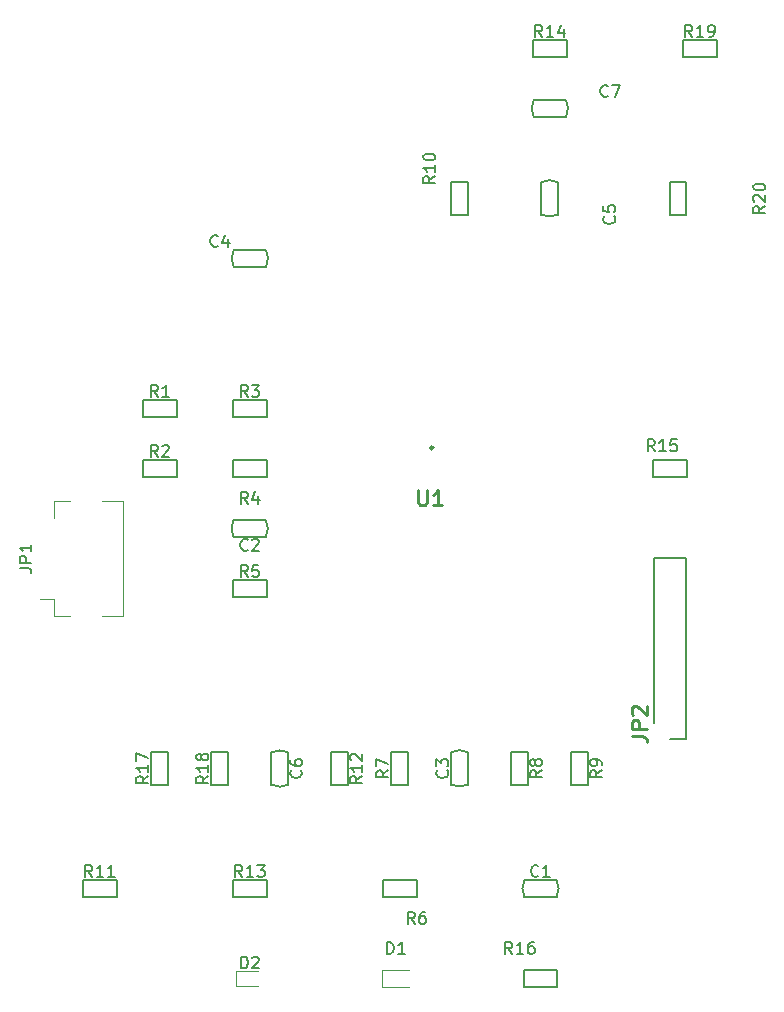
<source format=gbr>
%TF.GenerationSoftware,KiCad,Pcbnew,(6.0.7)*%
%TF.CreationDate,2022-08-17T17:24:52+08:00*%
%TF.ProjectId,asdfgg,61736466-6767-42e6-9b69-6361645f7063,rev?*%
%TF.SameCoordinates,Original*%
%TF.FileFunction,Legend,Top*%
%TF.FilePolarity,Positive*%
%FSLAX46Y46*%
G04 Gerber Fmt 4.6, Leading zero omitted, Abs format (unit mm)*
G04 Created by KiCad (PCBNEW (6.0.7)) date 2022-08-17 17:24:52*
%MOMM*%
%LPD*%
G01*
G04 APERTURE LIST*
%ADD10C,0.150000*%
%ADD11C,0.254000*%
%ADD12C,0.200000*%
%ADD13C,0.120000*%
%ADD14C,0.250000*%
G04 APERTURE END LIST*
D10*
%TO.C,R19*%
X177157142Y-75222380D02*
X176823809Y-74746190D01*
X176585714Y-75222380D02*
X176585714Y-74222380D01*
X176966666Y-74222380D01*
X177061904Y-74270000D01*
X177109523Y-74317619D01*
X177157142Y-74412857D01*
X177157142Y-74555714D01*
X177109523Y-74650952D01*
X177061904Y-74698571D01*
X176966666Y-74746190D01*
X176585714Y-74746190D01*
X178109523Y-75222380D02*
X177538095Y-75222380D01*
X177823809Y-75222380D02*
X177823809Y-74222380D01*
X177728571Y-74365238D01*
X177633333Y-74460476D01*
X177538095Y-74508095D01*
X178585714Y-75222380D02*
X178776190Y-75222380D01*
X178871428Y-75174761D01*
X178919047Y-75127142D01*
X179014285Y-74984285D01*
X179061904Y-74793809D01*
X179061904Y-74412857D01*
X179014285Y-74317619D01*
X178966666Y-74270000D01*
X178871428Y-74222380D01*
X178680952Y-74222380D01*
X178585714Y-74270000D01*
X178538095Y-74317619D01*
X178490476Y-74412857D01*
X178490476Y-74650952D01*
X178538095Y-74746190D01*
X178585714Y-74793809D01*
X178680952Y-74841428D01*
X178871428Y-74841428D01*
X178966666Y-74793809D01*
X179014285Y-74746190D01*
X179061904Y-74650952D01*
%TO.C,C2*%
X139533333Y-118627142D02*
X139485714Y-118674761D01*
X139342857Y-118722380D01*
X139247619Y-118722380D01*
X139104761Y-118674761D01*
X139009523Y-118579523D01*
X138961904Y-118484285D01*
X138914285Y-118293809D01*
X138914285Y-118150952D01*
X138961904Y-117960476D01*
X139009523Y-117865238D01*
X139104761Y-117770000D01*
X139247619Y-117722380D01*
X139342857Y-117722380D01*
X139485714Y-117770000D01*
X139533333Y-117817619D01*
X139914285Y-117817619D02*
X139961904Y-117770000D01*
X140057142Y-117722380D01*
X140295238Y-117722380D01*
X140390476Y-117770000D01*
X140438095Y-117817619D01*
X140485714Y-117912857D01*
X140485714Y-118008095D01*
X140438095Y-118150952D01*
X139866666Y-118722380D01*
X140485714Y-118722380D01*
%TO.C,R11*%
X126357142Y-146342380D02*
X126023809Y-145866190D01*
X125785714Y-146342380D02*
X125785714Y-145342380D01*
X126166666Y-145342380D01*
X126261904Y-145390000D01*
X126309523Y-145437619D01*
X126357142Y-145532857D01*
X126357142Y-145675714D01*
X126309523Y-145770952D01*
X126261904Y-145818571D01*
X126166666Y-145866190D01*
X125785714Y-145866190D01*
X127309523Y-146342380D02*
X126738095Y-146342380D01*
X127023809Y-146342380D02*
X127023809Y-145342380D01*
X126928571Y-145485238D01*
X126833333Y-145580476D01*
X126738095Y-145628095D01*
X128261904Y-146342380D02*
X127690476Y-146342380D01*
X127976190Y-146342380D02*
X127976190Y-145342380D01*
X127880952Y-145485238D01*
X127785714Y-145580476D01*
X127690476Y-145628095D01*
%TO.C,R13*%
X139057142Y-146342380D02*
X138723809Y-145866190D01*
X138485714Y-146342380D02*
X138485714Y-145342380D01*
X138866666Y-145342380D01*
X138961904Y-145390000D01*
X139009523Y-145437619D01*
X139057142Y-145532857D01*
X139057142Y-145675714D01*
X139009523Y-145770952D01*
X138961904Y-145818571D01*
X138866666Y-145866190D01*
X138485714Y-145866190D01*
X140009523Y-146342380D02*
X139438095Y-146342380D01*
X139723809Y-146342380D02*
X139723809Y-145342380D01*
X139628571Y-145485238D01*
X139533333Y-145580476D01*
X139438095Y-145628095D01*
X140342857Y-145342380D02*
X140961904Y-145342380D01*
X140628571Y-145723333D01*
X140771428Y-145723333D01*
X140866666Y-145770952D01*
X140914285Y-145818571D01*
X140961904Y-145913809D01*
X140961904Y-146151904D01*
X140914285Y-146247142D01*
X140866666Y-146294761D01*
X140771428Y-146342380D01*
X140485714Y-146342380D01*
X140390476Y-146294761D01*
X140342857Y-146247142D01*
%TO.C,C3*%
X156407142Y-137326666D02*
X156454761Y-137374285D01*
X156502380Y-137517142D01*
X156502380Y-137612380D01*
X156454761Y-137755238D01*
X156359523Y-137850476D01*
X156264285Y-137898095D01*
X156073809Y-137945714D01*
X155930952Y-137945714D01*
X155740476Y-137898095D01*
X155645238Y-137850476D01*
X155550000Y-137755238D01*
X155502380Y-137612380D01*
X155502380Y-137517142D01*
X155550000Y-137374285D01*
X155597619Y-137326666D01*
X155502380Y-136993333D02*
X155502380Y-136374285D01*
X155883333Y-136707619D01*
X155883333Y-136564761D01*
X155930952Y-136469523D01*
X155978571Y-136421904D01*
X156073809Y-136374285D01*
X156311904Y-136374285D01*
X156407142Y-136421904D01*
X156454761Y-136469523D01*
X156502380Y-136564761D01*
X156502380Y-136850476D01*
X156454761Y-136945714D01*
X156407142Y-136993333D01*
%TO.C,R20*%
X183332380Y-89542857D02*
X182856190Y-89876190D01*
X183332380Y-90114285D02*
X182332380Y-90114285D01*
X182332380Y-89733333D01*
X182380000Y-89638095D01*
X182427619Y-89590476D01*
X182522857Y-89542857D01*
X182665714Y-89542857D01*
X182760952Y-89590476D01*
X182808571Y-89638095D01*
X182856190Y-89733333D01*
X182856190Y-90114285D01*
X182427619Y-89161904D02*
X182380000Y-89114285D01*
X182332380Y-89019047D01*
X182332380Y-88780952D01*
X182380000Y-88685714D01*
X182427619Y-88638095D01*
X182522857Y-88590476D01*
X182618095Y-88590476D01*
X182760952Y-88638095D01*
X183332380Y-89209523D01*
X183332380Y-88590476D01*
X182332380Y-87971428D02*
X182332380Y-87876190D01*
X182380000Y-87780952D01*
X182427619Y-87733333D01*
X182522857Y-87685714D01*
X182713333Y-87638095D01*
X182951428Y-87638095D01*
X183141904Y-87685714D01*
X183237142Y-87733333D01*
X183284761Y-87780952D01*
X183332380Y-87876190D01*
X183332380Y-87971428D01*
X183284761Y-88066666D01*
X183237142Y-88114285D01*
X183141904Y-88161904D01*
X182951428Y-88209523D01*
X182713333Y-88209523D01*
X182522857Y-88161904D01*
X182427619Y-88114285D01*
X182380000Y-88066666D01*
X182332380Y-87971428D01*
%TO.C,C1*%
X164145833Y-146247142D02*
X164098214Y-146294761D01*
X163955357Y-146342380D01*
X163860119Y-146342380D01*
X163717261Y-146294761D01*
X163622023Y-146199523D01*
X163574404Y-146104285D01*
X163526785Y-145913809D01*
X163526785Y-145770952D01*
X163574404Y-145580476D01*
X163622023Y-145485238D01*
X163717261Y-145390000D01*
X163860119Y-145342380D01*
X163955357Y-145342380D01*
X164098214Y-145390000D01*
X164145833Y-145437619D01*
X165098214Y-146342380D02*
X164526785Y-146342380D01*
X164812500Y-146342380D02*
X164812500Y-145342380D01*
X164717261Y-145485238D01*
X164622023Y-145580476D01*
X164526785Y-145628095D01*
%TO.C,C7*%
X170013333Y-80207142D02*
X169965714Y-80254761D01*
X169822857Y-80302380D01*
X169727619Y-80302380D01*
X169584761Y-80254761D01*
X169489523Y-80159523D01*
X169441904Y-80064285D01*
X169394285Y-79873809D01*
X169394285Y-79730952D01*
X169441904Y-79540476D01*
X169489523Y-79445238D01*
X169584761Y-79350000D01*
X169727619Y-79302380D01*
X169822857Y-79302380D01*
X169965714Y-79350000D01*
X170013333Y-79397619D01*
X170346666Y-79302380D02*
X171013333Y-79302380D01*
X170584761Y-80302380D01*
%TO.C,R3*%
X139533333Y-105702380D02*
X139200000Y-105226190D01*
X138961904Y-105702380D02*
X138961904Y-104702380D01*
X139342857Y-104702380D01*
X139438095Y-104750000D01*
X139485714Y-104797619D01*
X139533333Y-104892857D01*
X139533333Y-105035714D01*
X139485714Y-105130952D01*
X139438095Y-105178571D01*
X139342857Y-105226190D01*
X138961904Y-105226190D01*
X139866666Y-104702380D02*
X140485714Y-104702380D01*
X140152380Y-105083333D01*
X140295238Y-105083333D01*
X140390476Y-105130952D01*
X140438095Y-105178571D01*
X140485714Y-105273809D01*
X140485714Y-105511904D01*
X140438095Y-105607142D01*
X140390476Y-105654761D01*
X140295238Y-105702380D01*
X140009523Y-105702380D01*
X139914285Y-105654761D01*
X139866666Y-105607142D01*
%TO.C,JP1*%
X120212380Y-120213333D02*
X120926666Y-120213333D01*
X121069523Y-120260952D01*
X121164761Y-120356190D01*
X121212380Y-120499047D01*
X121212380Y-120594285D01*
X121212380Y-119737142D02*
X120212380Y-119737142D01*
X120212380Y-119356190D01*
X120260000Y-119260952D01*
X120307619Y-119213333D01*
X120402857Y-119165714D01*
X120545714Y-119165714D01*
X120640952Y-119213333D01*
X120688571Y-119260952D01*
X120736190Y-119356190D01*
X120736190Y-119737142D01*
X121212380Y-118213333D02*
X121212380Y-118784761D01*
X121212380Y-118499047D02*
X120212380Y-118499047D01*
X120355238Y-118594285D01*
X120450476Y-118689523D01*
X120498095Y-118784761D01*
%TO.C,D1*%
X151319404Y-152852380D02*
X151319404Y-151852380D01*
X151557500Y-151852380D01*
X151700357Y-151900000D01*
X151795595Y-151995238D01*
X151843214Y-152090476D01*
X151890833Y-152280952D01*
X151890833Y-152423809D01*
X151843214Y-152614285D01*
X151795595Y-152709523D01*
X151700357Y-152804761D01*
X151557500Y-152852380D01*
X151319404Y-152852380D01*
X152843214Y-152852380D02*
X152271785Y-152852380D01*
X152557500Y-152852380D02*
X152557500Y-151852380D01*
X152462261Y-151995238D01*
X152367023Y-152090476D01*
X152271785Y-152138095D01*
%TO.C,D2*%
X138961904Y-154092380D02*
X138961904Y-153092380D01*
X139200000Y-153092380D01*
X139342857Y-153140000D01*
X139438095Y-153235238D01*
X139485714Y-153330476D01*
X139533333Y-153520952D01*
X139533333Y-153663809D01*
X139485714Y-153854285D01*
X139438095Y-153949523D01*
X139342857Y-154044761D01*
X139200000Y-154092380D01*
X138961904Y-154092380D01*
X139914285Y-153187619D02*
X139961904Y-153140000D01*
X140057142Y-153092380D01*
X140295238Y-153092380D01*
X140390476Y-153140000D01*
X140438095Y-153187619D01*
X140485714Y-153282857D01*
X140485714Y-153378095D01*
X140438095Y-153520952D01*
X139866666Y-154092380D01*
X140485714Y-154092380D01*
%TO.C,R8*%
X164442380Y-137326666D02*
X163966190Y-137660000D01*
X164442380Y-137898095D02*
X163442380Y-137898095D01*
X163442380Y-137517142D01*
X163490000Y-137421904D01*
X163537619Y-137374285D01*
X163632857Y-137326666D01*
X163775714Y-137326666D01*
X163870952Y-137374285D01*
X163918571Y-137421904D01*
X163966190Y-137517142D01*
X163966190Y-137898095D01*
X163870952Y-136755238D02*
X163823333Y-136850476D01*
X163775714Y-136898095D01*
X163680476Y-136945714D01*
X163632857Y-136945714D01*
X163537619Y-136898095D01*
X163490000Y-136850476D01*
X163442380Y-136755238D01*
X163442380Y-136564761D01*
X163490000Y-136469523D01*
X163537619Y-136421904D01*
X163632857Y-136374285D01*
X163680476Y-136374285D01*
X163775714Y-136421904D01*
X163823333Y-136469523D01*
X163870952Y-136564761D01*
X163870952Y-136755238D01*
X163918571Y-136850476D01*
X163966190Y-136898095D01*
X164061428Y-136945714D01*
X164251904Y-136945714D01*
X164347142Y-136898095D01*
X164394761Y-136850476D01*
X164442380Y-136755238D01*
X164442380Y-136564761D01*
X164394761Y-136469523D01*
X164347142Y-136421904D01*
X164251904Y-136374285D01*
X164061428Y-136374285D01*
X163966190Y-136421904D01*
X163918571Y-136469523D01*
X163870952Y-136564761D01*
%TO.C,R1*%
X131913333Y-105702380D02*
X131580000Y-105226190D01*
X131341904Y-105702380D02*
X131341904Y-104702380D01*
X131722857Y-104702380D01*
X131818095Y-104750000D01*
X131865714Y-104797619D01*
X131913333Y-104892857D01*
X131913333Y-105035714D01*
X131865714Y-105130952D01*
X131818095Y-105178571D01*
X131722857Y-105226190D01*
X131341904Y-105226190D01*
X132865714Y-105702380D02*
X132294285Y-105702380D01*
X132580000Y-105702380D02*
X132580000Y-104702380D01*
X132484761Y-104845238D01*
X132389523Y-104940476D01*
X132294285Y-104988095D01*
%TO.C,C5*%
X170537142Y-90427695D02*
X170584761Y-90475314D01*
X170632380Y-90618171D01*
X170632380Y-90713409D01*
X170584761Y-90856267D01*
X170489523Y-90951505D01*
X170394285Y-90999124D01*
X170203809Y-91046743D01*
X170060952Y-91046743D01*
X169870476Y-90999124D01*
X169775238Y-90951505D01*
X169680000Y-90856267D01*
X169632380Y-90713409D01*
X169632380Y-90618171D01*
X169680000Y-90475314D01*
X169727619Y-90427695D01*
X169632380Y-89522933D02*
X169632380Y-89999124D01*
X170108571Y-90046743D01*
X170060952Y-89999124D01*
X170013333Y-89903886D01*
X170013333Y-89665790D01*
X170060952Y-89570552D01*
X170108571Y-89522933D01*
X170203809Y-89475314D01*
X170441904Y-89475314D01*
X170537142Y-89522933D01*
X170584761Y-89570552D01*
X170632380Y-89665790D01*
X170632380Y-89903886D01*
X170584761Y-89999124D01*
X170537142Y-90046743D01*
%TO.C,R9*%
X169522380Y-137326666D02*
X169046190Y-137660000D01*
X169522380Y-137898095D02*
X168522380Y-137898095D01*
X168522380Y-137517142D01*
X168570000Y-137421904D01*
X168617619Y-137374285D01*
X168712857Y-137326666D01*
X168855714Y-137326666D01*
X168950952Y-137374285D01*
X168998571Y-137421904D01*
X169046190Y-137517142D01*
X169046190Y-137898095D01*
X169522380Y-136850476D02*
X169522380Y-136660000D01*
X169474761Y-136564761D01*
X169427142Y-136517142D01*
X169284285Y-136421904D01*
X169093809Y-136374285D01*
X168712857Y-136374285D01*
X168617619Y-136421904D01*
X168570000Y-136469523D01*
X168522380Y-136564761D01*
X168522380Y-136755238D01*
X168570000Y-136850476D01*
X168617619Y-136898095D01*
X168712857Y-136945714D01*
X168950952Y-136945714D01*
X169046190Y-136898095D01*
X169093809Y-136850476D01*
X169141428Y-136755238D01*
X169141428Y-136564761D01*
X169093809Y-136469523D01*
X169046190Y-136421904D01*
X168950952Y-136374285D01*
%TO.C,R14*%
X164457142Y-75222380D02*
X164123809Y-74746190D01*
X163885714Y-75222380D02*
X163885714Y-74222380D01*
X164266666Y-74222380D01*
X164361904Y-74270000D01*
X164409523Y-74317619D01*
X164457142Y-74412857D01*
X164457142Y-74555714D01*
X164409523Y-74650952D01*
X164361904Y-74698571D01*
X164266666Y-74746190D01*
X163885714Y-74746190D01*
X165409523Y-75222380D02*
X164838095Y-75222380D01*
X165123809Y-75222380D02*
X165123809Y-74222380D01*
X165028571Y-74365238D01*
X164933333Y-74460476D01*
X164838095Y-74508095D01*
X166266666Y-74555714D02*
X166266666Y-75222380D01*
X166028571Y-74174761D02*
X165790476Y-74889047D01*
X166409523Y-74889047D01*
%TO.C,R5*%
X139533333Y-120942380D02*
X139200000Y-120466190D01*
X138961904Y-120942380D02*
X138961904Y-119942380D01*
X139342857Y-119942380D01*
X139438095Y-119990000D01*
X139485714Y-120037619D01*
X139533333Y-120132857D01*
X139533333Y-120275714D01*
X139485714Y-120370952D01*
X139438095Y-120418571D01*
X139342857Y-120466190D01*
X138961904Y-120466190D01*
X140438095Y-119942380D02*
X139961904Y-119942380D01*
X139914285Y-120418571D01*
X139961904Y-120370952D01*
X140057142Y-120323333D01*
X140295238Y-120323333D01*
X140390476Y-120370952D01*
X140438095Y-120418571D01*
X140485714Y-120513809D01*
X140485714Y-120751904D01*
X140438095Y-120847142D01*
X140390476Y-120894761D01*
X140295238Y-120942380D01*
X140057142Y-120942380D01*
X139961904Y-120894761D01*
X139914285Y-120847142D01*
%TO.C,R15*%
X173982142Y-110307380D02*
X173648809Y-109831190D01*
X173410714Y-110307380D02*
X173410714Y-109307380D01*
X173791666Y-109307380D01*
X173886904Y-109355000D01*
X173934523Y-109402619D01*
X173982142Y-109497857D01*
X173982142Y-109640714D01*
X173934523Y-109735952D01*
X173886904Y-109783571D01*
X173791666Y-109831190D01*
X173410714Y-109831190D01*
X174934523Y-110307380D02*
X174363095Y-110307380D01*
X174648809Y-110307380D02*
X174648809Y-109307380D01*
X174553571Y-109450238D01*
X174458333Y-109545476D01*
X174363095Y-109593095D01*
X175839285Y-109307380D02*
X175363095Y-109307380D01*
X175315476Y-109783571D01*
X175363095Y-109735952D01*
X175458333Y-109688333D01*
X175696428Y-109688333D01*
X175791666Y-109735952D01*
X175839285Y-109783571D01*
X175886904Y-109878809D01*
X175886904Y-110116904D01*
X175839285Y-110212142D01*
X175791666Y-110259761D01*
X175696428Y-110307380D01*
X175458333Y-110307380D01*
X175363095Y-110259761D01*
X175315476Y-110212142D01*
%TO.C,R4*%
X139533333Y-114752380D02*
X139200000Y-114276190D01*
X138961904Y-114752380D02*
X138961904Y-113752380D01*
X139342857Y-113752380D01*
X139438095Y-113800000D01*
X139485714Y-113847619D01*
X139533333Y-113942857D01*
X139533333Y-114085714D01*
X139485714Y-114180952D01*
X139438095Y-114228571D01*
X139342857Y-114276190D01*
X138961904Y-114276190D01*
X140390476Y-114085714D02*
X140390476Y-114752380D01*
X140152380Y-113704761D02*
X139914285Y-114419047D01*
X140533333Y-114419047D01*
D11*
%TO.C,U1*%
X153972380Y-113604523D02*
X153972380Y-114632619D01*
X154032857Y-114753571D01*
X154093333Y-114814047D01*
X154214285Y-114874523D01*
X154456190Y-114874523D01*
X154577142Y-114814047D01*
X154637619Y-114753571D01*
X154698095Y-114632619D01*
X154698095Y-113604523D01*
X155968095Y-114874523D02*
X155242380Y-114874523D01*
X155605238Y-114874523D02*
X155605238Y-113604523D01*
X155484285Y-113785952D01*
X155363333Y-113906904D01*
X155242380Y-113967380D01*
D10*
%TO.C,R7*%
X151422380Y-137326666D02*
X150946190Y-137660000D01*
X151422380Y-137898095D02*
X150422380Y-137898095D01*
X150422380Y-137517142D01*
X150470000Y-137421904D01*
X150517619Y-137374285D01*
X150612857Y-137326666D01*
X150755714Y-137326666D01*
X150850952Y-137374285D01*
X150898571Y-137421904D01*
X150946190Y-137517142D01*
X150946190Y-137898095D01*
X150422380Y-136993333D02*
X150422380Y-136326666D01*
X151422380Y-136755238D01*
D11*
%TO.C,JP2*%
X172024523Y-134408333D02*
X172931666Y-134408333D01*
X173113095Y-134468809D01*
X173234047Y-134589761D01*
X173294523Y-134771190D01*
X173294523Y-134892142D01*
X173294523Y-133803571D02*
X172024523Y-133803571D01*
X172024523Y-133319761D01*
X172085000Y-133198809D01*
X172145476Y-133138333D01*
X172266428Y-133077857D01*
X172447857Y-133077857D01*
X172568809Y-133138333D01*
X172629285Y-133198809D01*
X172689761Y-133319761D01*
X172689761Y-133803571D01*
X172145476Y-132594047D02*
X172085000Y-132533571D01*
X172024523Y-132412619D01*
X172024523Y-132110238D01*
X172085000Y-131989285D01*
X172145476Y-131928809D01*
X172266428Y-131868333D01*
X172387380Y-131868333D01*
X172568809Y-131928809D01*
X173294523Y-132654523D01*
X173294523Y-131868333D01*
D10*
%TO.C,R6*%
X153663333Y-150312380D02*
X153330000Y-149836190D01*
X153091904Y-150312380D02*
X153091904Y-149312380D01*
X153472857Y-149312380D01*
X153568095Y-149360000D01*
X153615714Y-149407619D01*
X153663333Y-149502857D01*
X153663333Y-149645714D01*
X153615714Y-149740952D01*
X153568095Y-149788571D01*
X153472857Y-149836190D01*
X153091904Y-149836190D01*
X154520476Y-149312380D02*
X154330000Y-149312380D01*
X154234761Y-149360000D01*
X154187142Y-149407619D01*
X154091904Y-149550476D01*
X154044285Y-149740952D01*
X154044285Y-150121904D01*
X154091904Y-150217142D01*
X154139523Y-150264761D01*
X154234761Y-150312380D01*
X154425238Y-150312380D01*
X154520476Y-150264761D01*
X154568095Y-150217142D01*
X154615714Y-150121904D01*
X154615714Y-149883809D01*
X154568095Y-149788571D01*
X154520476Y-149740952D01*
X154425238Y-149693333D01*
X154234761Y-149693333D01*
X154139523Y-149740952D01*
X154091904Y-149788571D01*
X154044285Y-149883809D01*
%TO.C,R17*%
X131102380Y-137802857D02*
X130626190Y-138136190D01*
X131102380Y-138374285D02*
X130102380Y-138374285D01*
X130102380Y-137993333D01*
X130150000Y-137898095D01*
X130197619Y-137850476D01*
X130292857Y-137802857D01*
X130435714Y-137802857D01*
X130530952Y-137850476D01*
X130578571Y-137898095D01*
X130626190Y-137993333D01*
X130626190Y-138374285D01*
X131102380Y-136850476D02*
X131102380Y-137421904D01*
X131102380Y-137136190D02*
X130102380Y-137136190D01*
X130245238Y-137231428D01*
X130340476Y-137326666D01*
X130388095Y-137421904D01*
X130102380Y-136517142D02*
X130102380Y-135850476D01*
X131102380Y-136279047D01*
%TO.C,R10*%
X155392380Y-87002857D02*
X154916190Y-87336190D01*
X155392380Y-87574285D02*
X154392380Y-87574285D01*
X154392380Y-87193333D01*
X154440000Y-87098095D01*
X154487619Y-87050476D01*
X154582857Y-87002857D01*
X154725714Y-87002857D01*
X154820952Y-87050476D01*
X154868571Y-87098095D01*
X154916190Y-87193333D01*
X154916190Y-87574285D01*
X155392380Y-86050476D02*
X155392380Y-86621904D01*
X155392380Y-86336190D02*
X154392380Y-86336190D01*
X154535238Y-86431428D01*
X154630476Y-86526666D01*
X154678095Y-86621904D01*
X154392380Y-85431428D02*
X154392380Y-85336190D01*
X154440000Y-85240952D01*
X154487619Y-85193333D01*
X154582857Y-85145714D01*
X154773333Y-85098095D01*
X155011428Y-85098095D01*
X155201904Y-85145714D01*
X155297142Y-85193333D01*
X155344761Y-85240952D01*
X155392380Y-85336190D01*
X155392380Y-85431428D01*
X155344761Y-85526666D01*
X155297142Y-85574285D01*
X155201904Y-85621904D01*
X155011428Y-85669523D01*
X154773333Y-85669523D01*
X154582857Y-85621904D01*
X154487619Y-85574285D01*
X154440000Y-85526666D01*
X154392380Y-85431428D01*
%TO.C,C6*%
X144027142Y-137326666D02*
X144074761Y-137374285D01*
X144122380Y-137517142D01*
X144122380Y-137612380D01*
X144074761Y-137755238D01*
X143979523Y-137850476D01*
X143884285Y-137898095D01*
X143693809Y-137945714D01*
X143550952Y-137945714D01*
X143360476Y-137898095D01*
X143265238Y-137850476D01*
X143170000Y-137755238D01*
X143122380Y-137612380D01*
X143122380Y-137517142D01*
X143170000Y-137374285D01*
X143217619Y-137326666D01*
X143122380Y-136469523D02*
X143122380Y-136660000D01*
X143170000Y-136755238D01*
X143217619Y-136802857D01*
X143360476Y-136898095D01*
X143550952Y-136945714D01*
X143931904Y-136945714D01*
X144027142Y-136898095D01*
X144074761Y-136850476D01*
X144122380Y-136755238D01*
X144122380Y-136564761D01*
X144074761Y-136469523D01*
X144027142Y-136421904D01*
X143931904Y-136374285D01*
X143693809Y-136374285D01*
X143598571Y-136421904D01*
X143550952Y-136469523D01*
X143503333Y-136564761D01*
X143503333Y-136755238D01*
X143550952Y-136850476D01*
X143598571Y-136898095D01*
X143693809Y-136945714D01*
%TO.C,R2*%
X131913333Y-110782380D02*
X131580000Y-110306190D01*
X131341904Y-110782380D02*
X131341904Y-109782380D01*
X131722857Y-109782380D01*
X131818095Y-109830000D01*
X131865714Y-109877619D01*
X131913333Y-109972857D01*
X131913333Y-110115714D01*
X131865714Y-110210952D01*
X131818095Y-110258571D01*
X131722857Y-110306190D01*
X131341904Y-110306190D01*
X132294285Y-109877619D02*
X132341904Y-109830000D01*
X132437142Y-109782380D01*
X132675238Y-109782380D01*
X132770476Y-109830000D01*
X132818095Y-109877619D01*
X132865714Y-109972857D01*
X132865714Y-110068095D01*
X132818095Y-110210952D01*
X132246666Y-110782380D01*
X132865714Y-110782380D01*
%TO.C,C4*%
X136993333Y-92907142D02*
X136945714Y-92954761D01*
X136802857Y-93002380D01*
X136707619Y-93002380D01*
X136564761Y-92954761D01*
X136469523Y-92859523D01*
X136421904Y-92764285D01*
X136374285Y-92573809D01*
X136374285Y-92430952D01*
X136421904Y-92240476D01*
X136469523Y-92145238D01*
X136564761Y-92050000D01*
X136707619Y-92002380D01*
X136802857Y-92002380D01*
X136945714Y-92050000D01*
X136993333Y-92097619D01*
X137850476Y-92335714D02*
X137850476Y-93002380D01*
X137612380Y-91954761D02*
X137374285Y-92669047D01*
X137993333Y-92669047D01*
%TO.C,R18*%
X136182380Y-137802857D02*
X135706190Y-138136190D01*
X136182380Y-138374285D02*
X135182380Y-138374285D01*
X135182380Y-137993333D01*
X135230000Y-137898095D01*
X135277619Y-137850476D01*
X135372857Y-137802857D01*
X135515714Y-137802857D01*
X135610952Y-137850476D01*
X135658571Y-137898095D01*
X135706190Y-137993333D01*
X135706190Y-138374285D01*
X136182380Y-136850476D02*
X136182380Y-137421904D01*
X136182380Y-137136190D02*
X135182380Y-137136190D01*
X135325238Y-137231428D01*
X135420476Y-137326666D01*
X135468095Y-137421904D01*
X135610952Y-136279047D02*
X135563333Y-136374285D01*
X135515714Y-136421904D01*
X135420476Y-136469523D01*
X135372857Y-136469523D01*
X135277619Y-136421904D01*
X135230000Y-136374285D01*
X135182380Y-136279047D01*
X135182380Y-136088571D01*
X135230000Y-135993333D01*
X135277619Y-135945714D01*
X135372857Y-135898095D01*
X135420476Y-135898095D01*
X135515714Y-135945714D01*
X135563333Y-135993333D01*
X135610952Y-136088571D01*
X135610952Y-136279047D01*
X135658571Y-136374285D01*
X135706190Y-136421904D01*
X135801428Y-136469523D01*
X135991904Y-136469523D01*
X136087142Y-136421904D01*
X136134761Y-136374285D01*
X136182380Y-136279047D01*
X136182380Y-136088571D01*
X136134761Y-135993333D01*
X136087142Y-135945714D01*
X135991904Y-135898095D01*
X135801428Y-135898095D01*
X135706190Y-135945714D01*
X135658571Y-135993333D01*
X135610952Y-136088571D01*
%TO.C,R16*%
X161917142Y-152852380D02*
X161583809Y-152376190D01*
X161345714Y-152852380D02*
X161345714Y-151852380D01*
X161726666Y-151852380D01*
X161821904Y-151900000D01*
X161869523Y-151947619D01*
X161917142Y-152042857D01*
X161917142Y-152185714D01*
X161869523Y-152280952D01*
X161821904Y-152328571D01*
X161726666Y-152376190D01*
X161345714Y-152376190D01*
X162869523Y-152852380D02*
X162298095Y-152852380D01*
X162583809Y-152852380D02*
X162583809Y-151852380D01*
X162488571Y-151995238D01*
X162393333Y-152090476D01*
X162298095Y-152138095D01*
X163726666Y-151852380D02*
X163536190Y-151852380D01*
X163440952Y-151900000D01*
X163393333Y-151947619D01*
X163298095Y-152090476D01*
X163250476Y-152280952D01*
X163250476Y-152661904D01*
X163298095Y-152757142D01*
X163345714Y-152804761D01*
X163440952Y-152852380D01*
X163631428Y-152852380D01*
X163726666Y-152804761D01*
X163774285Y-152757142D01*
X163821904Y-152661904D01*
X163821904Y-152423809D01*
X163774285Y-152328571D01*
X163726666Y-152280952D01*
X163631428Y-152233333D01*
X163440952Y-152233333D01*
X163345714Y-152280952D01*
X163298095Y-152328571D01*
X163250476Y-152423809D01*
%TO.C,R12*%
X149202380Y-137802857D02*
X148726190Y-138136190D01*
X149202380Y-138374285D02*
X148202380Y-138374285D01*
X148202380Y-137993333D01*
X148250000Y-137898095D01*
X148297619Y-137850476D01*
X148392857Y-137802857D01*
X148535714Y-137802857D01*
X148630952Y-137850476D01*
X148678571Y-137898095D01*
X148726190Y-137993333D01*
X148726190Y-138374285D01*
X149202380Y-136850476D02*
X149202380Y-137421904D01*
X149202380Y-137136190D02*
X148202380Y-137136190D01*
X148345238Y-137231428D01*
X148440476Y-137326666D01*
X148488095Y-137421904D01*
X148297619Y-136469523D02*
X148250000Y-136421904D01*
X148202380Y-136326666D01*
X148202380Y-136088571D01*
X148250000Y-135993333D01*
X148297619Y-135945714D01*
X148392857Y-135898095D01*
X148488095Y-135898095D01*
X148630952Y-135945714D01*
X149202380Y-136517142D01*
X149202380Y-135898095D01*
D12*
%TO.C,R19*%
X176370000Y-76900000D02*
X176370000Y-75500000D01*
X179230000Y-76900000D02*
X176370000Y-76900000D01*
X176370000Y-75500000D02*
X179230000Y-75500000D01*
X179230000Y-75500000D02*
X179230000Y-76900000D01*
%TO.C,C2*%
X141060000Y-117540000D02*
X138340000Y-117540000D01*
X141060000Y-116140000D02*
X138340000Y-116140000D01*
X141071599Y-117525799D02*
G75*
G03*
X141061029Y-116133456I-1371598J685799D01*
G01*
X138328400Y-116128801D02*
G75*
G03*
X138328213Y-117550837I1371600J-711199D01*
G01*
%TO.C,R11*%
X125570000Y-148020000D02*
X125570000Y-146620000D01*
X125570000Y-146620000D02*
X128430000Y-146620000D01*
X128430000Y-146620000D02*
X128430000Y-148020000D01*
X128430000Y-148020000D02*
X125570000Y-148020000D01*
%TO.C,R13*%
X141130000Y-148020000D02*
X138270000Y-148020000D01*
X138270000Y-148020000D02*
X138270000Y-146620000D01*
X141130000Y-146620000D02*
X141130000Y-148020000D01*
X138270000Y-146620000D02*
X141130000Y-146620000D01*
%TO.C,C3*%
X156780000Y-138520000D02*
X156780000Y-135800000D01*
X158180000Y-138520000D02*
X158180000Y-135800000D01*
X156794201Y-138531599D02*
G75*
G03*
X158186544Y-138521029I685799J1371598D01*
G01*
X158191199Y-135788400D02*
G75*
G03*
X156769163Y-135788213I-711199J-1371600D01*
G01*
%TO.C,R20*%
X175240000Y-87470000D02*
X176640000Y-87470000D01*
X175240000Y-90330000D02*
X175240000Y-87470000D01*
X176640000Y-87470000D02*
X176640000Y-90330000D01*
X176640000Y-90330000D02*
X175240000Y-90330000D01*
%TO.C,C1*%
X162952500Y-146620000D02*
X165672500Y-146620000D01*
X162952500Y-148020000D02*
X165672500Y-148020000D01*
X165684100Y-148031199D02*
G75*
G03*
X165684287Y-146609163I-1371600J711199D01*
G01*
X162940901Y-146634201D02*
G75*
G03*
X162951471Y-148026544I1371598J-685799D01*
G01*
%TO.C,C7*%
X163740000Y-81980000D02*
X166460000Y-81980000D01*
X163740000Y-80580000D02*
X166460000Y-80580000D01*
X163728401Y-80594201D02*
G75*
G03*
X163738971Y-81986544I1371598J-685799D01*
G01*
X166471600Y-81991199D02*
G75*
G03*
X166471787Y-80569163I-1371600J711199D01*
G01*
%TO.C,R3*%
X138270000Y-107380000D02*
X138270000Y-105980000D01*
X141130000Y-105980000D02*
X141130000Y-107380000D01*
X138270000Y-105980000D02*
X141130000Y-105980000D01*
X141130000Y-107380000D02*
X138270000Y-107380000D01*
D13*
%TO.C,JP1*%
X123160000Y-122790000D02*
X123160000Y-124280000D01*
X127220000Y-124280000D02*
X128960000Y-124280000D01*
X123160000Y-114480000D02*
X124500000Y-114480000D01*
X123160000Y-115970000D02*
X123160000Y-114480000D01*
X128960000Y-124280000D02*
X128960000Y-114480000D01*
X123160000Y-122790000D02*
X121960000Y-122790000D01*
X123160000Y-124280000D02*
X124500000Y-124280000D01*
X128960000Y-114480000D02*
X127220000Y-114480000D01*
%TO.C,D1*%
X153200000Y-154205000D02*
X150915000Y-154205000D01*
X150915000Y-155675000D02*
X153200000Y-155675000D01*
X150915000Y-154205000D02*
X150915000Y-155675000D01*
%TO.C,D2*%
X140400000Y-155540000D02*
X138550000Y-155540000D01*
X140400000Y-154340000D02*
X138550000Y-154340000D01*
X138550000Y-154340000D02*
X138550000Y-155540000D01*
D12*
%TO.C,R8*%
X161860000Y-138590000D02*
X161860000Y-135730000D01*
X163260000Y-138590000D02*
X161860000Y-138590000D01*
X161860000Y-135730000D02*
X163260000Y-135730000D01*
X163260000Y-135730000D02*
X163260000Y-138590000D01*
%TO.C,R1*%
X133510000Y-105980000D02*
X133510000Y-107380000D01*
X130650000Y-105980000D02*
X133510000Y-105980000D01*
X130650000Y-107380000D02*
X130650000Y-105980000D01*
X133510000Y-107380000D02*
X130650000Y-107380000D01*
%TO.C,C5*%
X165800000Y-90260000D02*
X165800000Y-87540000D01*
X164400000Y-90260000D02*
X164400000Y-87540000D01*
X165811199Y-87528400D02*
G75*
G03*
X164389163Y-87528213I-711199J-1371600D01*
G01*
X164414201Y-90271599D02*
G75*
G03*
X165806544Y-90261029I685799J1371598D01*
G01*
%TO.C,R9*%
X168340000Y-138590000D02*
X166940000Y-138590000D01*
X168340000Y-135730000D02*
X168340000Y-138590000D01*
X166940000Y-138590000D02*
X166940000Y-135730000D01*
X166940000Y-135730000D02*
X168340000Y-135730000D01*
%TO.C,R14*%
X163670000Y-75500000D02*
X166530000Y-75500000D01*
X163670000Y-76900000D02*
X163670000Y-75500000D01*
X166530000Y-75500000D02*
X166530000Y-76900000D01*
X166530000Y-76900000D02*
X163670000Y-76900000D01*
%TO.C,R5*%
X141130000Y-121220000D02*
X141130000Y-122620000D01*
X138270000Y-121220000D02*
X141130000Y-121220000D01*
X141130000Y-122620000D02*
X138270000Y-122620000D01*
X138270000Y-122620000D02*
X138270000Y-121220000D01*
%TO.C,R15*%
X173830000Y-112460000D02*
X173830000Y-111060000D01*
X176690000Y-112460000D02*
X173830000Y-112460000D01*
X176690000Y-111060000D02*
X176690000Y-112460000D01*
X173830000Y-111060000D02*
X176690000Y-111060000D01*
%TO.C,R4*%
X138270000Y-112460000D02*
X138270000Y-111060000D01*
X141130000Y-112460000D02*
X138270000Y-112460000D01*
X141130000Y-111060000D02*
X141130000Y-112460000D01*
X138270000Y-111060000D02*
X141130000Y-111060000D01*
D14*
%TO.C,U1*%
X155230000Y-110010000D02*
G75*
G03*
X155230000Y-110010000I-125000J0D01*
G01*
D12*
%TO.C,R7*%
X153100000Y-135730000D02*
X153100000Y-138590000D01*
X151700000Y-135730000D02*
X153100000Y-135730000D01*
X153100000Y-138590000D02*
X151700000Y-138590000D01*
X151700000Y-138590000D02*
X151700000Y-135730000D01*
%TO.C,JP2*%
X173915000Y-119305000D02*
X173915000Y-133350000D01*
X176605000Y-119305000D02*
X173915000Y-119305000D01*
X175260000Y-134695000D02*
X176605000Y-134695000D01*
X176605000Y-134695000D02*
X176605000Y-119305000D01*
%TO.C,R6*%
X150970000Y-148020000D02*
X150970000Y-146620000D01*
X153830000Y-146620000D02*
X153830000Y-148020000D01*
X153830000Y-148020000D02*
X150970000Y-148020000D01*
X150970000Y-146620000D02*
X153830000Y-146620000D01*
%TO.C,R17*%
X131380000Y-138590000D02*
X131380000Y-135730000D01*
X131380000Y-135730000D02*
X132780000Y-135730000D01*
X132780000Y-138590000D02*
X131380000Y-138590000D01*
X132780000Y-135730000D02*
X132780000Y-138590000D01*
%TO.C,R10*%
X156780000Y-90330000D02*
X156780000Y-87470000D01*
X158180000Y-87470000D02*
X158180000Y-90330000D01*
X158180000Y-90330000D02*
X156780000Y-90330000D01*
X156780000Y-87470000D02*
X158180000Y-87470000D01*
%TO.C,C6*%
X141540000Y-135800000D02*
X141540000Y-138520000D01*
X142940000Y-135800000D02*
X142940000Y-138520000D01*
X141528801Y-138531600D02*
G75*
G03*
X142950837Y-138531787I711199J1371600D01*
G01*
X142925799Y-135788401D02*
G75*
G03*
X141533456Y-135798971I-685799J-1371598D01*
G01*
%TO.C,R2*%
X133510000Y-111060000D02*
X133510000Y-112460000D01*
X130650000Y-111060000D02*
X133510000Y-111060000D01*
X133510000Y-112460000D02*
X130650000Y-112460000D01*
X130650000Y-112460000D02*
X130650000Y-111060000D01*
%TO.C,C4*%
X138340000Y-94680000D02*
X141060000Y-94680000D01*
X138340000Y-93280000D02*
X141060000Y-93280000D01*
X141071600Y-94691199D02*
G75*
G03*
X141071787Y-93269163I-1371600J711199D01*
G01*
X138328401Y-93294201D02*
G75*
G03*
X138338971Y-94686544I1371598J-685799D01*
G01*
%TO.C,R18*%
X137860000Y-138590000D02*
X136460000Y-138590000D01*
X137860000Y-135730000D02*
X137860000Y-138590000D01*
X136460000Y-135730000D02*
X137860000Y-135730000D01*
X136460000Y-138590000D02*
X136460000Y-135730000D01*
%TO.C,R16*%
X162882500Y-154240000D02*
X165742500Y-154240000D01*
X162882500Y-155640000D02*
X162882500Y-154240000D01*
X165742500Y-155640000D02*
X162882500Y-155640000D01*
X165742500Y-154240000D02*
X165742500Y-155640000D01*
%TO.C,R12*%
X146620000Y-138590000D02*
X146620000Y-135730000D01*
X148020000Y-135730000D02*
X148020000Y-138590000D01*
X148020000Y-138590000D02*
X146620000Y-138590000D01*
X146620000Y-135730000D02*
X148020000Y-135730000D01*
%TD*%
M02*

</source>
